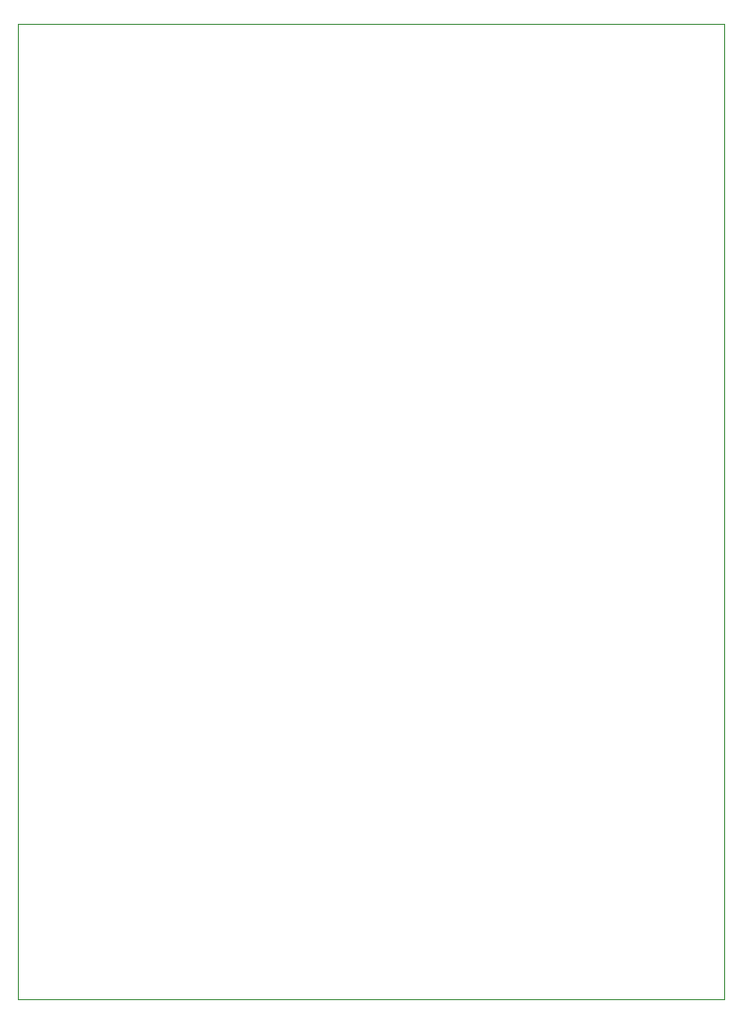
<source format=gko>
G75*
%MOIN*%
%OFA0B0*%
%FSLAX25Y25*%
%IPPOS*%
%LPD*%
%AMOC8*
5,1,8,0,0,1.08239X$1,22.5*
%
%ADD10C,0.00000*%
D10*
X0001000Y0001000D02*
X0001000Y0328461D01*
X0238500Y0328461D01*
X0238500Y0001000D01*
X0001000Y0001000D01*
X0236000Y0328500D02*
X0238500Y0328461D01*
M02*

</source>
